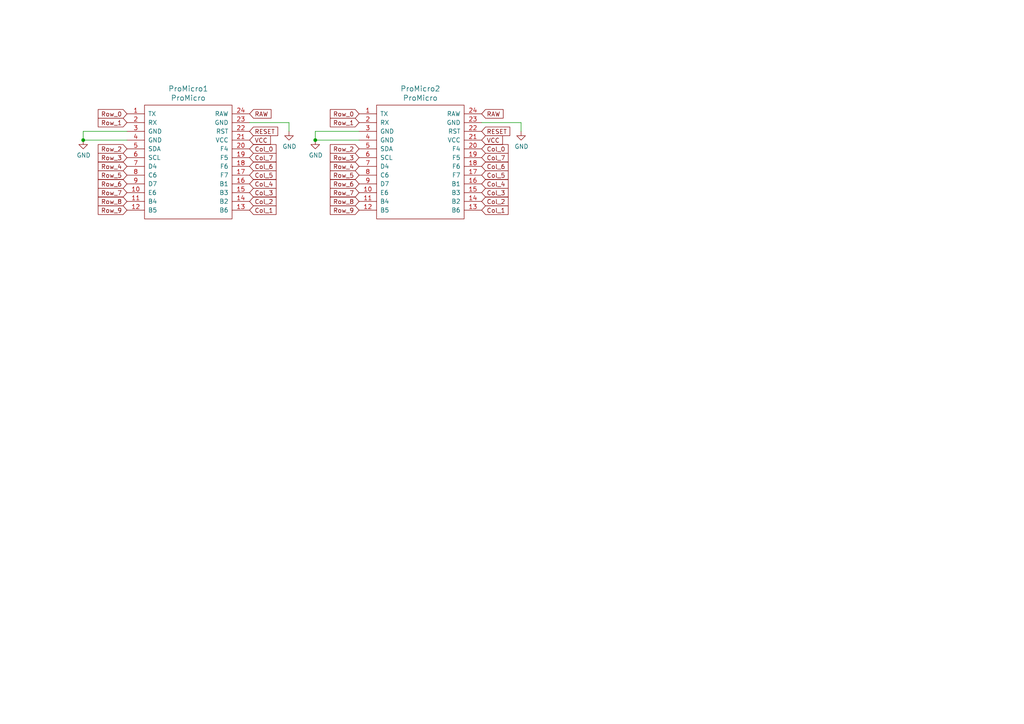
<source format=kicad_sch>
(kicad_sch (version 20211123) (generator eeschema)
  (paper "A4")
  (lib_symbols
    (symbol "power:GND" (power) (pin_names (offset 0))
      (property "Value" "GND" (at 0 -3.81 0))
      (symbol "GND_0_1"
        (polyline (pts (xy 0 0) (xy 0 -1.27) (xy 1.27 -1.27) (xy 0 -2.54) (xy -1.27 -1.27) (xy 0 -1.27)))
      )
      (symbol "GND_1_1"
        (pin power_in line (at 0 0 270) (length 0) hide (name "GND") (number "1"))
      )
    )
    (symbol "promicro:ProMicro" (pin_names (offset 1.016))
      (property "Reference" "U" (at 0 24.13 0))
      (property "Value" "ProMicro" (at 0 -13.97 0))
      (symbol "ProMicro_0_1"
        (rectangle (start -12.7 21.59) (end 12.7 -11.43))
      )
      (symbol "ProMicro_1_1"
        (pin bidirectional line (at -17.78 19.05 0) (length 5.08) (name "TX") (number "1"))
        (pin bidirectional line (at -17.78 -3.81 0) (length 5.08) (name "E6") (number "10"))
        (pin bidirectional line (at -17.78 -6.35 0) (length 5.08) (name "B4") (number "11"))
        (pin bidirectional line (at -17.78 -8.89 0) (length 5.08) (name "B5") (number "12"))
        (pin bidirectional line (at 17.78 -8.89 180) (length 5.08) (name "B6") (number "13"))
        (pin bidirectional line (at 17.78 -6.35 180) (length 5.08) (name "B2") (number "14"))
        (pin bidirectional line (at 17.78 -3.81 180) (length 5.08) (name "B3") (number "15"))
        (pin bidirectional line (at 17.78 -1.27 180) (length 5.08) (name "B1") (number "16"))
        (pin bidirectional line (at 17.78 1.27 180) (length 5.08) (name "F7") (number "17"))
        (pin bidirectional line (at 17.78 3.81 180) (length 5.08) (name "F6") (number "18"))
        (pin bidirectional line (at 17.78 6.35 180) (length 5.08) (name "F5") (number "19"))
        (pin bidirectional line (at -17.78 16.51 0) (length 5.08) (name "RX") (number "2"))
        (pin bidirectional line (at 17.78 8.89 180) (length 5.08) (name "F4") (number "20"))
        (pin power_in line (at 17.78 11.43 180) (length 5.08) (name "VCC") (number "21"))
        (pin input line (at 17.78 13.97 180) (length 5.08) (name "RST") (number "22"))
        (pin power_in line (at 17.78 16.51 180) (length 5.08) (name "GND") (number "23"))
        (pin power_out line (at 17.78 19.05 180) (length 5.08) (name "RAW") (number "24"))
        (pin power_in line (at -17.78 13.97 0) (length 5.08) (name "GND") (number "3"))
        (pin power_in line (at -17.78 11.43 0) (length 5.08) (name "GND") (number "4"))
        (pin bidirectional line (at -17.78 8.89 0) (length 5.08) (name "SDA") (number "5"))
        (pin bidirectional line (at -17.78 6.35 0) (length 5.08) (name "SCL") (number "6"))
        (pin bidirectional line (at -17.78 3.81 0) (length 5.08) (name "D4") (number "7"))
        (pin bidirectional line (at -17.78 1.27 0) (length 5.08) (name "C6") (number "8"))
        (pin bidirectional line (at -17.78 -1.27 0) (length 5.08) (name "D7") (number "9"))
      )
    )
  )
  (junction (at 24.13 40.64))
  (junction (at 91.44 40.64))
  (wire (pts (xy 151.13 35.56) (xy 151.13 38.1)))
  (wire (pts (xy 83.82 35.56) (xy 83.82 38.1)))
  (wire (pts (xy 104.14 38.1) (xy 91.44 38.1)))
  (wire (pts (xy 139.7 35.56) (xy 151.13 35.56)))
  (wire (pts (xy 24.13 40.64) (xy 36.83 40.64)))
  (wire (pts (xy 24.13 38.1) (xy 24.13 40.64)))
  (wire (pts (xy 91.44 38.1) (xy 91.44 40.64)))
  (wire (pts (xy 72.39 35.56) (xy 83.82 35.56)))
  (wire (pts (xy 91.44 40.64) (xy 104.14 40.64)))
  (wire (pts (xy 36.83 38.1) (xy 24.13 38.1)))
  (global_label "Col_6" (shape input) (at 72.39 48.26 0) (property "Intersheet References" "${INTERSHEET_REFS}" (effects hide)))
  (global_label "Col_2" (shape input) (at 72.39 58.42 0) (property "Intersheet References" "${INTERSHEET_REFS}" (effects hide)))
  (global_label "Row_9" (shape input) (at 104.14 60.96 180) (property "Intersheet References" "${INTERSHEET_REFS}" (effects hide)))
  (global_label "Row_3" (shape input) (at 36.83 45.72 180) (property "Intersheet References" "${INTERSHEET_REFS}" (effects hide)))
  (global_label "Col_3" (shape input) (at 72.39 55.88 0) (property "Intersheet References" "${INTERSHEET_REFS}" (effects hide)))
  (global_label "Row_7" (shape input) (at 36.83 55.88 180) (property "Intersheet References" "${INTERSHEET_REFS}" (effects hide)))
  (global_label "VCC" (shape input) (at 139.7 40.64 0) (property "Intersheet References" "${INTERSHEET_REFS}" (effects hide)))
  (global_label "Row_8" (shape input) (at 36.83 58.42 180) (property "Intersheet References" "${INTERSHEET_REFS}" (effects hide)))
  (global_label "Row_5" (shape input) (at 104.14 50.8 180) (property "Intersheet References" "${INTERSHEET_REFS}" (effects hide)))
  (global_label "Col_5" (shape input) (at 72.39 50.8 0) (property "Intersheet References" "${INTERSHEET_REFS}" (effects hide)))
  (global_label "Row_0" (shape input) (at 104.14 33.02 180) (property "Intersheet References" "${INTERSHEET_REFS}" (effects hide)))
  (global_label "Row_7" (shape input) (at 104.14 55.88 180) (property "Intersheet References" "${INTERSHEET_REFS}" (effects hide)))
  (global_label "Col_1" (shape input) (at 139.7 60.96 0) (property "Intersheet References" "${INTERSHEET_REFS}" (effects hide)))
  (global_label "RESET" (shape input) (at 139.7 38.1 0) (property "Intersheet References" "${INTERSHEET_REFS}" (effects hide)))
  (global_label "Col_0" (shape input) (at 139.7 43.18 0) (property "Intersheet References" "${INTERSHEET_REFS}" (effects hide)))
  (global_label "RAW" (shape input) (at 72.39 33.02 0) (property "Intersheet References" "${INTERSHEET_REFS}" (effects hide)))
  (global_label "RESET" (shape input) (at 72.39 38.1 0) (property "Intersheet References" "${INTERSHEET_REFS}" (effects hide)))
  (global_label "Row_3" (shape input) (at 104.14 45.72 180) (property "Intersheet References" "${INTERSHEET_REFS}" (effects hide)))
  (global_label "Col_3" (shape input) (at 139.7 55.88 0) (property "Intersheet References" "${INTERSHEET_REFS}" (effects hide)))
  (global_label "Row_6" (shape input) (at 36.83 53.34 180) (property "Intersheet References" "${INTERSHEET_REFS}" (effects hide)))
  (global_label "Col_7" (shape input) (at 139.7 45.72 0) (property "Intersheet References" "${INTERSHEET_REFS}" (effects hide)))
  (global_label "Row_8" (shape input) (at 104.14 58.42 180) (property "Intersheet References" "${INTERSHEET_REFS}" (effects hide)))
  (global_label "Row_9" (shape input) (at 36.83 60.96 180) (property "Intersheet References" "${INTERSHEET_REFS}" (effects hide)))
  (global_label "Row_1" (shape input) (at 36.83 35.56 180) (property "Intersheet References" "${INTERSHEET_REFS}" (effects hide)))
  (global_label "Row_5" (shape input) (at 36.83 50.8 180) (property "Intersheet References" "${INTERSHEET_REFS}" (effects hide)))
  (global_label "VCC" (shape input) (at 72.39 40.64 0) (property "Intersheet References" "${INTERSHEET_REFS}" (effects hide)))
  (global_label "RAW" (shape input) (at 139.7 33.02 0) (property "Intersheet References" "${INTERSHEET_REFS}" (effects hide)))
  (global_label "Row_2" (shape input) (at 36.83 43.18 180) (property "Intersheet References" "${INTERSHEET_REFS}" (effects hide)))
  (global_label "Col_4" (shape input) (at 139.7 53.34 0) (property "Intersheet References" "${INTERSHEET_REFS}" (effects hide)))
  (global_label "Row_2" (shape input) (at 104.14 43.18 180) (property "Intersheet References" "${INTERSHEET_REFS}" (effects hide)))
  (global_label "Row_4" (shape input) (at 36.83 48.26 180) (property "Intersheet References" "${INTERSHEET_REFS}" (effects hide)))
  (global_label "Row_6" (shape input) (at 104.14 53.34 180) (property "Intersheet References" "${INTERSHEET_REFS}" (effects hide)))
  (global_label "Row_4" (shape input) (at 104.14 48.26 180) (property "Intersheet References" "${INTERSHEET_REFS}" (effects hide)))
  (global_label "Col_7" (shape input) (at 72.39 45.72 0) (property "Intersheet References" "${INTERSHEET_REFS}" (effects hide)))
  (global_label "Col_4" (shape input) (at 72.39 53.34 0) (property "Intersheet References" "${INTERSHEET_REFS}" (effects hide)))
  (global_label "Col_0" (shape input) (at 72.39 43.18 0) (property "Intersheet References" "${INTERSHEET_REFS}" (effects hide)))
  (global_label "Row_0" (shape input) (at 36.83 33.02 180) (property "Intersheet References" "${INTERSHEET_REFS}" (effects hide)))
  (global_label "Col_5" (shape input) (at 139.7 50.8 0) (property "Intersheet References" "${INTERSHEET_REFS}" (effects hide)))
  (global_label "Col_6" (shape input) (at 139.7 48.26 0) (property "Intersheet References" "${INTERSHEET_REFS}" (effects hide)))
  (global_label "Col_2" (shape input) (at 139.7 58.42 0) (property "Intersheet References" "${INTERSHEET_REFS}" (effects hide)))
  (global_label "Col_1" (shape input) (at 72.39 60.96 0) (property "Intersheet References" "${INTERSHEET_REFS}" (effects hide)))
  (global_label "Row_1" (shape input) (at 104.14 35.56 180) (property "Intersheet References" "${INTERSHEET_REFS}" (effects hide)))
  (symbol (lib_id "promicro:ProMicro") (at 121.92 52.07 0) (unit 1)
    (property "Reference" "ProMicro2" (at 121.92 25.7302 0) (effects (font (size 1.524 1.524))))
    (property "Value" "ProMicro" (at 121.92 28.4226 0) (effects (font (size 1.524 1.524))))
    (property "Footprint" "zzelia65:ProMicro" (effects hide))
  )
  (symbol (lib_id "promicro:ProMicro") (at 54.61 52.07 0) (unit 1)
    (property "Reference" "ProMicro1" (at 54.61 25.7302 0) (effects (font (size 1.524 1.524))))
    (property "Value" "ProMicro" (at 54.61 28.4226 0) (effects (font (size 1.524 1.524))))
    (property "Footprint" "zzelia65:ProMicro" (effects hide))
  )
  (symbol (lib_id "power:GND") (at 91.44 40.64 0) (unit 1)
    (property "Reference" "#PWR04" (effects hide))
    (property "Value" "GND" (at 91.567 45.0342 0))
  )
  (symbol (lib_id "power:GND") (at 24.13 40.64 0) (unit 1)
    (property "Reference" "#PWR03" (effects hide))
    (property "Value" "GND" (at 24.257 45.0342 0))
  )
  (symbol (lib_id "power:GND") (at 151.13 38.1 0) (unit 1)
    (property "Reference" "#PWR02" (effects hide))
    (property "Value" "GND" (at 151.257 42.4942 0))
  )
  (symbol (lib_id "power:GND") (at 83.82 38.1 0) (unit 1)
    (property "Reference" "#PWR01" (effects hide))
    (property "Value" "GND" (at 83.947 42.4942 0))
  )
)
</source>
